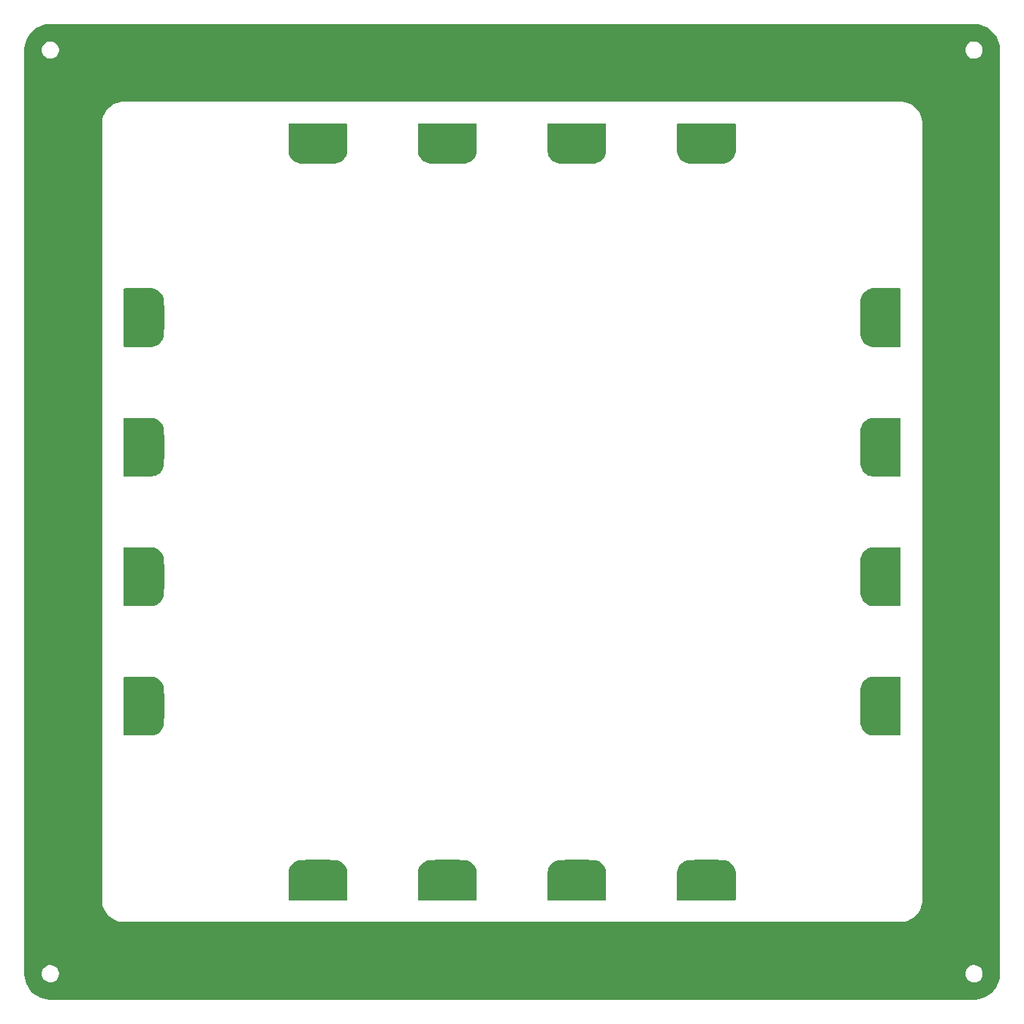
<source format=gbr>
G04 #@! TF.GenerationSoftware,KiCad,Pcbnew,8.0.4-rc2-202407082205~7740c66479~ubuntu22.04.1*
G04 #@! TF.CreationDate,2024-07-18T15:38:00+01:00*
G04 #@! TF.ProjectId,LIS2DH_array,4c495332-4448-45f6-9172-7261792e6b69,rev?*
G04 #@! TF.SameCoordinates,Original*
G04 #@! TF.FileFunction,Other,ECO1*
%FSLAX46Y46*%
G04 Gerber Fmt 4.6, Leading zero omitted, Abs format (unit mm)*
G04 Created by KiCad (PCBNEW 8.0.4-rc2-202407082205~7740c66479~ubuntu22.04.1) date 2024-07-18 15:38:00*
%MOMM*%
%LPD*%
G01*
G04 APERTURE LIST*
G04 APERTURE END LIST*
G36*
X148343039Y-57519685D02*
G01*
X148388794Y-57572489D01*
X148400000Y-57624000D01*
X148400000Y-60648799D01*
X148399976Y-60651228D01*
X148397858Y-60759338D01*
X148396355Y-60776308D01*
X148362338Y-60991072D01*
X148357796Y-61009991D01*
X148290980Y-61215631D01*
X148283534Y-61233608D01*
X148185370Y-61426266D01*
X148175203Y-61442857D01*
X148048107Y-61617788D01*
X148035470Y-61632583D01*
X147882583Y-61785470D01*
X147867788Y-61798107D01*
X147692857Y-61925203D01*
X147676266Y-61935370D01*
X147483608Y-62033534D01*
X147465631Y-62040980D01*
X147259991Y-62107796D01*
X147241072Y-62112338D01*
X147026307Y-62146355D01*
X147009340Y-62147858D01*
X146901227Y-62149979D01*
X146898795Y-62150003D01*
X146650000Y-62150003D01*
X146541915Y-62152649D01*
X146541910Y-62152649D01*
X146323935Y-62196009D01*
X146323860Y-62195635D01*
X146294443Y-62200000D01*
X143705589Y-62200000D01*
X143676140Y-62195631D01*
X143676067Y-62196000D01*
X143458093Y-62152641D01*
X143458087Y-62152640D01*
X143350000Y-62149991D01*
X143101167Y-62149991D01*
X143098867Y-62149970D01*
X142990716Y-62147964D01*
X142973618Y-62146458D01*
X142758902Y-62112450D01*
X142739982Y-62107908D01*
X142534323Y-62041086D01*
X142516346Y-62033640D01*
X142323671Y-61935466D01*
X142307080Y-61925299D01*
X142132137Y-61798195D01*
X142117341Y-61785558D01*
X141964432Y-61632648D01*
X141951796Y-61617852D01*
X141824695Y-61442911D01*
X141814528Y-61426320D01*
X141716357Y-61233647D01*
X141708911Y-61215671D01*
X141642088Y-61010009D01*
X141637545Y-60991088D01*
X141603539Y-60776371D01*
X141602034Y-60759278D01*
X141600024Y-60651120D01*
X141600003Y-60648816D01*
X141600003Y-57624000D01*
X141619688Y-57556961D01*
X141672492Y-57511206D01*
X141724003Y-57500000D01*
X148276000Y-57500000D01*
X148343039Y-57519685D01*
G37*
G36*
X133343039Y-57519685D02*
G01*
X133388794Y-57572489D01*
X133400000Y-57624000D01*
X133400000Y-60648799D01*
X133399976Y-60651228D01*
X133397858Y-60759338D01*
X133396355Y-60776308D01*
X133362338Y-60991072D01*
X133357796Y-61009991D01*
X133290980Y-61215631D01*
X133283534Y-61233608D01*
X133185370Y-61426266D01*
X133175203Y-61442857D01*
X133048107Y-61617788D01*
X133035470Y-61632583D01*
X132882583Y-61785470D01*
X132867788Y-61798107D01*
X132692857Y-61925203D01*
X132676266Y-61935370D01*
X132483608Y-62033534D01*
X132465631Y-62040980D01*
X132259991Y-62107796D01*
X132241072Y-62112338D01*
X132026307Y-62146355D01*
X132009340Y-62147858D01*
X131901227Y-62149979D01*
X131898795Y-62150003D01*
X131650000Y-62150003D01*
X131541915Y-62152649D01*
X131541910Y-62152649D01*
X131323935Y-62196009D01*
X131323860Y-62195635D01*
X131294443Y-62200000D01*
X128705589Y-62200000D01*
X128676140Y-62195631D01*
X128676067Y-62196000D01*
X128458093Y-62152641D01*
X128458087Y-62152640D01*
X128350000Y-62149991D01*
X128101167Y-62149991D01*
X128098867Y-62149970D01*
X127990716Y-62147964D01*
X127973618Y-62146458D01*
X127758902Y-62112450D01*
X127739982Y-62107908D01*
X127534323Y-62041086D01*
X127516346Y-62033640D01*
X127323671Y-61935466D01*
X127307080Y-61925299D01*
X127132137Y-61798195D01*
X127117341Y-61785558D01*
X126964432Y-61632648D01*
X126951796Y-61617852D01*
X126824695Y-61442911D01*
X126814528Y-61426320D01*
X126716357Y-61233647D01*
X126708911Y-61215671D01*
X126642088Y-61010009D01*
X126637545Y-60991088D01*
X126603539Y-60776371D01*
X126602034Y-60759278D01*
X126600024Y-60651120D01*
X126600003Y-60648816D01*
X126600003Y-57624000D01*
X126619688Y-57556961D01*
X126672492Y-57511206D01*
X126724003Y-57500000D01*
X133276000Y-57500000D01*
X133343039Y-57519685D01*
G37*
G36*
X118343039Y-57519685D02*
G01*
X118388794Y-57572489D01*
X118400000Y-57624000D01*
X118400000Y-60648799D01*
X118399976Y-60651228D01*
X118397858Y-60759338D01*
X118396355Y-60776308D01*
X118362338Y-60991072D01*
X118357796Y-61009991D01*
X118290980Y-61215631D01*
X118283534Y-61233608D01*
X118185370Y-61426266D01*
X118175203Y-61442857D01*
X118048107Y-61617788D01*
X118035470Y-61632583D01*
X117882583Y-61785470D01*
X117867788Y-61798107D01*
X117692857Y-61925203D01*
X117676266Y-61935370D01*
X117483608Y-62033534D01*
X117465631Y-62040980D01*
X117259991Y-62107796D01*
X117241072Y-62112338D01*
X117026307Y-62146355D01*
X117009340Y-62147858D01*
X116901227Y-62149979D01*
X116898795Y-62150003D01*
X116650000Y-62150003D01*
X116541915Y-62152649D01*
X116541910Y-62152649D01*
X116323935Y-62196009D01*
X116323860Y-62195635D01*
X116294443Y-62200000D01*
X113705589Y-62200000D01*
X113676140Y-62195631D01*
X113676067Y-62196000D01*
X113458093Y-62152641D01*
X113458087Y-62152640D01*
X113350000Y-62149991D01*
X113101167Y-62149991D01*
X113098867Y-62149970D01*
X112990716Y-62147964D01*
X112973618Y-62146458D01*
X112758902Y-62112450D01*
X112739982Y-62107908D01*
X112534323Y-62041086D01*
X112516346Y-62033640D01*
X112323671Y-61935466D01*
X112307080Y-61925299D01*
X112132137Y-61798195D01*
X112117341Y-61785558D01*
X111964432Y-61632648D01*
X111951796Y-61617852D01*
X111824695Y-61442911D01*
X111814528Y-61426320D01*
X111716357Y-61233647D01*
X111708911Y-61215671D01*
X111642088Y-61010009D01*
X111637545Y-60991088D01*
X111603539Y-60776371D01*
X111602034Y-60759278D01*
X111600024Y-60651120D01*
X111600003Y-60648816D01*
X111600003Y-57624000D01*
X111619688Y-57556961D01*
X111672492Y-57511206D01*
X111724003Y-57500000D01*
X118276000Y-57500000D01*
X118343039Y-57519685D01*
G37*
G36*
X103343039Y-57519685D02*
G01*
X103388794Y-57572489D01*
X103400000Y-57624000D01*
X103400000Y-60648799D01*
X103399976Y-60651228D01*
X103397858Y-60759338D01*
X103396355Y-60776308D01*
X103362338Y-60991072D01*
X103357796Y-61009991D01*
X103290980Y-61215631D01*
X103283534Y-61233608D01*
X103185370Y-61426266D01*
X103175203Y-61442857D01*
X103048107Y-61617788D01*
X103035470Y-61632583D01*
X102882583Y-61785470D01*
X102867788Y-61798107D01*
X102692857Y-61925203D01*
X102676266Y-61935370D01*
X102483608Y-62033534D01*
X102465631Y-62040980D01*
X102259991Y-62107796D01*
X102241072Y-62112338D01*
X102026307Y-62146355D01*
X102009340Y-62147858D01*
X101901227Y-62149979D01*
X101898795Y-62150003D01*
X101650000Y-62150003D01*
X101541915Y-62152649D01*
X101541910Y-62152649D01*
X101323935Y-62196009D01*
X101323860Y-62195635D01*
X101294443Y-62200000D01*
X98705589Y-62200000D01*
X98676140Y-62195631D01*
X98676067Y-62196000D01*
X98458093Y-62152641D01*
X98458087Y-62152640D01*
X98350000Y-62149991D01*
X98101167Y-62149991D01*
X98098867Y-62149970D01*
X97990716Y-62147964D01*
X97973618Y-62146458D01*
X97758902Y-62112450D01*
X97739982Y-62107908D01*
X97534323Y-62041086D01*
X97516346Y-62033640D01*
X97323671Y-61935466D01*
X97307080Y-61925299D01*
X97132137Y-61798195D01*
X97117341Y-61785558D01*
X96964432Y-61632648D01*
X96951796Y-61617852D01*
X96824695Y-61442911D01*
X96814528Y-61426320D01*
X96716357Y-61233647D01*
X96708911Y-61215671D01*
X96642088Y-61010009D01*
X96637545Y-60991088D01*
X96603539Y-60776371D01*
X96602034Y-60759278D01*
X96600024Y-60651120D01*
X96600003Y-60648816D01*
X96600003Y-57624000D01*
X96619688Y-57556961D01*
X96672492Y-57511206D01*
X96724003Y-57500000D01*
X103276000Y-57500000D01*
X103343039Y-57519685D01*
G37*
G36*
X80651227Y-76600024D02*
G01*
X80759337Y-76602141D01*
X80776308Y-76603644D01*
X80991072Y-76637661D01*
X81009991Y-76642203D01*
X81215631Y-76709019D01*
X81233608Y-76716465D01*
X81426266Y-76814629D01*
X81442857Y-76824796D01*
X81617788Y-76951892D01*
X81632583Y-76964529D01*
X81785470Y-77117416D01*
X81798107Y-77132211D01*
X81925203Y-77307142D01*
X81935370Y-77323733D01*
X82033534Y-77516391D01*
X82040980Y-77534368D01*
X82107796Y-77740008D01*
X82112338Y-77758927D01*
X82146355Y-77973692D01*
X82147858Y-77990659D01*
X82149979Y-78098773D01*
X82150003Y-78101205D01*
X82150003Y-78350000D01*
X82152649Y-78458084D01*
X82152649Y-78458089D01*
X82196009Y-78676065D01*
X82195634Y-78676139D01*
X82200000Y-78705556D01*
X82200000Y-81294410D01*
X82195631Y-81323859D01*
X82196000Y-81323933D01*
X82152641Y-81541906D01*
X82152640Y-81541912D01*
X82149991Y-81650000D01*
X82149991Y-81898833D01*
X82149970Y-81901133D01*
X82147964Y-82009283D01*
X82146458Y-82026381D01*
X82112450Y-82241097D01*
X82107908Y-82260017D01*
X82041086Y-82465676D01*
X82033640Y-82483653D01*
X81935466Y-82676328D01*
X81925299Y-82692919D01*
X81798195Y-82867862D01*
X81785558Y-82882658D01*
X81632648Y-83035567D01*
X81617852Y-83048203D01*
X81442911Y-83175304D01*
X81426320Y-83185471D01*
X81233647Y-83283642D01*
X81215671Y-83291088D01*
X81010009Y-83357911D01*
X80991088Y-83362454D01*
X80776371Y-83396460D01*
X80759279Y-83397965D01*
X80651122Y-83399976D01*
X80648817Y-83399997D01*
X77624000Y-83399997D01*
X77556961Y-83380312D01*
X77511206Y-83327508D01*
X77500000Y-83275997D01*
X77500000Y-76724000D01*
X77519685Y-76656961D01*
X77572489Y-76611206D01*
X77624000Y-76600000D01*
X80648799Y-76600000D01*
X80651227Y-76600024D01*
G37*
G36*
X167443039Y-76619688D02*
G01*
X167488794Y-76672492D01*
X167500000Y-76724003D01*
X167500000Y-83276000D01*
X167480315Y-83343039D01*
X167427511Y-83388794D01*
X167376000Y-83400000D01*
X164351201Y-83400000D01*
X164348772Y-83399976D01*
X164240661Y-83397858D01*
X164223691Y-83396355D01*
X164008927Y-83362338D01*
X163990008Y-83357796D01*
X163784368Y-83290980D01*
X163766391Y-83283534D01*
X163573733Y-83185370D01*
X163557142Y-83175203D01*
X163382211Y-83048107D01*
X163367416Y-83035470D01*
X163214529Y-82882583D01*
X163201892Y-82867788D01*
X163074796Y-82692857D01*
X163064629Y-82676266D01*
X162966465Y-82483608D01*
X162959019Y-82465631D01*
X162892203Y-82259991D01*
X162887661Y-82241072D01*
X162853644Y-82026307D01*
X162852141Y-82009339D01*
X162850021Y-81901225D01*
X162849997Y-81898794D01*
X162849997Y-81649999D01*
X162847350Y-81541915D01*
X162847350Y-81541910D01*
X162803991Y-81323936D01*
X162804362Y-81323862D01*
X162800000Y-81294442D01*
X162800000Y-78705589D01*
X162804369Y-78676141D01*
X162804000Y-78676068D01*
X162847358Y-78458093D01*
X162847359Y-78458087D01*
X162850009Y-78349999D01*
X162850009Y-78101166D01*
X162850030Y-78098868D01*
X162852035Y-77990718D01*
X162853541Y-77973618D01*
X162887549Y-77758902D01*
X162892091Y-77739982D01*
X162958913Y-77534323D01*
X162966359Y-77516346D01*
X163064533Y-77323671D01*
X163074700Y-77307080D01*
X163201804Y-77132137D01*
X163214441Y-77117341D01*
X163367351Y-76964432D01*
X163382147Y-76951796D01*
X163557088Y-76824695D01*
X163573679Y-76814528D01*
X163766352Y-76716357D01*
X163784328Y-76708911D01*
X163989990Y-76642088D01*
X164008911Y-76637545D01*
X164223628Y-76603539D01*
X164240721Y-76602034D01*
X164348879Y-76600024D01*
X164351183Y-76600003D01*
X167376000Y-76600003D01*
X167443039Y-76619688D01*
G37*
G36*
X80651227Y-91600024D02*
G01*
X80759337Y-91602141D01*
X80776308Y-91603644D01*
X80991072Y-91637661D01*
X81009991Y-91642203D01*
X81215631Y-91709019D01*
X81233608Y-91716465D01*
X81426266Y-91814629D01*
X81442857Y-91824796D01*
X81617788Y-91951892D01*
X81632583Y-91964529D01*
X81785470Y-92117416D01*
X81798107Y-92132211D01*
X81925203Y-92307142D01*
X81935370Y-92323733D01*
X82033534Y-92516391D01*
X82040980Y-92534368D01*
X82107796Y-92740008D01*
X82112338Y-92758927D01*
X82146355Y-92973692D01*
X82147858Y-92990659D01*
X82149979Y-93098773D01*
X82150003Y-93101205D01*
X82150003Y-93350000D01*
X82152649Y-93458084D01*
X82152649Y-93458089D01*
X82196009Y-93676065D01*
X82195634Y-93676139D01*
X82200000Y-93705556D01*
X82200000Y-96294410D01*
X82195631Y-96323859D01*
X82196000Y-96323933D01*
X82152641Y-96541906D01*
X82152640Y-96541912D01*
X82149991Y-96650000D01*
X82149991Y-96898833D01*
X82149970Y-96901133D01*
X82147964Y-97009283D01*
X82146458Y-97026381D01*
X82112450Y-97241097D01*
X82107908Y-97260017D01*
X82041086Y-97465676D01*
X82033640Y-97483653D01*
X81935466Y-97676328D01*
X81925299Y-97692919D01*
X81798195Y-97867862D01*
X81785558Y-97882658D01*
X81632648Y-98035567D01*
X81617852Y-98048203D01*
X81442911Y-98175304D01*
X81426320Y-98185471D01*
X81233647Y-98283642D01*
X81215671Y-98291088D01*
X81010009Y-98357911D01*
X80991088Y-98362454D01*
X80776371Y-98396460D01*
X80759279Y-98397965D01*
X80651122Y-98399976D01*
X80648817Y-98399997D01*
X77624000Y-98399997D01*
X77556961Y-98380312D01*
X77511206Y-98327508D01*
X77500000Y-98275997D01*
X77500000Y-91724000D01*
X77519685Y-91656961D01*
X77572489Y-91611206D01*
X77624000Y-91600000D01*
X80648799Y-91600000D01*
X80651227Y-91600024D01*
G37*
G36*
X167443039Y-91619688D02*
G01*
X167488794Y-91672492D01*
X167500000Y-91724003D01*
X167500000Y-98276000D01*
X167480315Y-98343039D01*
X167427511Y-98388794D01*
X167376000Y-98400000D01*
X164351201Y-98400000D01*
X164348772Y-98399976D01*
X164240661Y-98397858D01*
X164223691Y-98396355D01*
X164008927Y-98362338D01*
X163990008Y-98357796D01*
X163784368Y-98290980D01*
X163766391Y-98283534D01*
X163573733Y-98185370D01*
X163557142Y-98175203D01*
X163382211Y-98048107D01*
X163367416Y-98035470D01*
X163214529Y-97882583D01*
X163201892Y-97867788D01*
X163074796Y-97692857D01*
X163064629Y-97676266D01*
X162966465Y-97483608D01*
X162959019Y-97465631D01*
X162892203Y-97259991D01*
X162887661Y-97241072D01*
X162853644Y-97026307D01*
X162852141Y-97009339D01*
X162850021Y-96901225D01*
X162849997Y-96898794D01*
X162849997Y-96649999D01*
X162847350Y-96541915D01*
X162847350Y-96541910D01*
X162803991Y-96323936D01*
X162804362Y-96323862D01*
X162800000Y-96294442D01*
X162800000Y-93705589D01*
X162804369Y-93676141D01*
X162804000Y-93676068D01*
X162847358Y-93458093D01*
X162847359Y-93458087D01*
X162850009Y-93349999D01*
X162850009Y-93101166D01*
X162850030Y-93098868D01*
X162852035Y-92990718D01*
X162853541Y-92973618D01*
X162887549Y-92758902D01*
X162892091Y-92739982D01*
X162958913Y-92534323D01*
X162966359Y-92516346D01*
X163064533Y-92323671D01*
X163074700Y-92307080D01*
X163201804Y-92132137D01*
X163214441Y-92117341D01*
X163367351Y-91964432D01*
X163382147Y-91951796D01*
X163557088Y-91824695D01*
X163573679Y-91814528D01*
X163766352Y-91716357D01*
X163784328Y-91708911D01*
X163989990Y-91642088D01*
X164008911Y-91637545D01*
X164223628Y-91603539D01*
X164240721Y-91602034D01*
X164348879Y-91600024D01*
X164351183Y-91600003D01*
X167376000Y-91600003D01*
X167443039Y-91619688D01*
G37*
G36*
X167443039Y-106619688D02*
G01*
X167488794Y-106672492D01*
X167500000Y-106724003D01*
X167500000Y-113276000D01*
X167480315Y-113343039D01*
X167427511Y-113388794D01*
X167376000Y-113400000D01*
X164351201Y-113400000D01*
X164348772Y-113399976D01*
X164240661Y-113397858D01*
X164223691Y-113396355D01*
X164008927Y-113362338D01*
X163990008Y-113357796D01*
X163784368Y-113290980D01*
X163766391Y-113283534D01*
X163573733Y-113185370D01*
X163557142Y-113175203D01*
X163382211Y-113048107D01*
X163367416Y-113035470D01*
X163214529Y-112882583D01*
X163201892Y-112867788D01*
X163074796Y-112692857D01*
X163064629Y-112676266D01*
X162966465Y-112483608D01*
X162959019Y-112465631D01*
X162892203Y-112259991D01*
X162887661Y-112241072D01*
X162853644Y-112026307D01*
X162852141Y-112009339D01*
X162850021Y-111901225D01*
X162849997Y-111898794D01*
X162849997Y-111649999D01*
X162847350Y-111541915D01*
X162847350Y-111541910D01*
X162803991Y-111323936D01*
X162804362Y-111323862D01*
X162800000Y-111294442D01*
X162800000Y-108705589D01*
X162804369Y-108676141D01*
X162804000Y-108676068D01*
X162847358Y-108458093D01*
X162847359Y-108458087D01*
X162850009Y-108349999D01*
X162850009Y-108101166D01*
X162850030Y-108098868D01*
X162852035Y-107990718D01*
X162853541Y-107973618D01*
X162887549Y-107758902D01*
X162892091Y-107739982D01*
X162958913Y-107534323D01*
X162966359Y-107516346D01*
X163064533Y-107323671D01*
X163074700Y-107307080D01*
X163201804Y-107132137D01*
X163214441Y-107117341D01*
X163367351Y-106964432D01*
X163382147Y-106951796D01*
X163557088Y-106824695D01*
X163573679Y-106814528D01*
X163766352Y-106716357D01*
X163784328Y-106708911D01*
X163989990Y-106642088D01*
X164008911Y-106637545D01*
X164223628Y-106603539D01*
X164240721Y-106602034D01*
X164348879Y-106600024D01*
X164351183Y-106600003D01*
X167376000Y-106600003D01*
X167443039Y-106619688D01*
G37*
G36*
X80651202Y-106600029D02*
G01*
X80759346Y-106602130D01*
X80776335Y-106603634D01*
X80991086Y-106637648D01*
X81010007Y-106642190D01*
X81215653Y-106709011D01*
X81233630Y-106716458D01*
X81426282Y-106814622D01*
X81442872Y-106824788D01*
X81617805Y-106951886D01*
X81632601Y-106964524D01*
X81785491Y-107117417D01*
X81798127Y-107132212D01*
X81925220Y-107307142D01*
X81935387Y-107323733D01*
X82033550Y-107516391D01*
X82040996Y-107534367D01*
X82107814Y-107740012D01*
X82112356Y-107758933D01*
X82146370Y-107973698D01*
X82147873Y-107990664D01*
X82149993Y-108098776D01*
X82150017Y-108101214D01*
X82150003Y-108349999D01*
X82152649Y-108458084D01*
X82152649Y-108458089D01*
X82196009Y-108676065D01*
X82195634Y-108676139D01*
X82200000Y-108705556D01*
X82200000Y-111294463D01*
X82195640Y-111323865D01*
X82196014Y-111323940D01*
X82152656Y-111541908D01*
X82152655Y-111541921D01*
X82150006Y-111650006D01*
X82150006Y-111898791D01*
X82149982Y-111901228D01*
X82147857Y-112009346D01*
X82146354Y-112026307D01*
X82112339Y-112241071D01*
X82107797Y-112259992D01*
X82040978Y-112465636D01*
X82033532Y-112483612D01*
X81935367Y-112676270D01*
X81925200Y-112692860D01*
X81798110Y-112867785D01*
X81785473Y-112882581D01*
X81632581Y-113035473D01*
X81617785Y-113048110D01*
X81442860Y-113175200D01*
X81426270Y-113185367D01*
X81233612Y-113283532D01*
X81215636Y-113290978D01*
X81009992Y-113357797D01*
X80991071Y-113362339D01*
X80776308Y-113396354D01*
X80759343Y-113397857D01*
X80651229Y-113399979D01*
X80648796Y-113400003D01*
X77624000Y-113400003D01*
X77556961Y-113380318D01*
X77511206Y-113327514D01*
X77500000Y-113276003D01*
X77500000Y-106724006D01*
X77519685Y-106656967D01*
X77572489Y-106611212D01*
X77624000Y-106600006D01*
X80648793Y-106600006D01*
X80651202Y-106600029D01*
G37*
G36*
X80651227Y-121600024D02*
G01*
X80759337Y-121602141D01*
X80776308Y-121603644D01*
X80991072Y-121637661D01*
X81009991Y-121642203D01*
X81215631Y-121709019D01*
X81233608Y-121716465D01*
X81426266Y-121814629D01*
X81442857Y-121824796D01*
X81617788Y-121951892D01*
X81632583Y-121964529D01*
X81785470Y-122117416D01*
X81798107Y-122132211D01*
X81925203Y-122307142D01*
X81935370Y-122323733D01*
X82033534Y-122516391D01*
X82040980Y-122534368D01*
X82107796Y-122740008D01*
X82112338Y-122758927D01*
X82146355Y-122973692D01*
X82147858Y-122990659D01*
X82149979Y-123098773D01*
X82150003Y-123101205D01*
X82150003Y-123350000D01*
X82152649Y-123458084D01*
X82152649Y-123458089D01*
X82196009Y-123676065D01*
X82195634Y-123676139D01*
X82200000Y-123705556D01*
X82200000Y-126294410D01*
X82195631Y-126323859D01*
X82196000Y-126323933D01*
X82152641Y-126541906D01*
X82152640Y-126541912D01*
X82149991Y-126650000D01*
X82149991Y-126898833D01*
X82149970Y-126901133D01*
X82147964Y-127009283D01*
X82146458Y-127026381D01*
X82112450Y-127241097D01*
X82107908Y-127260017D01*
X82041086Y-127465676D01*
X82033640Y-127483653D01*
X81935466Y-127676328D01*
X81925299Y-127692919D01*
X81798195Y-127867862D01*
X81785558Y-127882658D01*
X81632648Y-128035567D01*
X81617852Y-128048203D01*
X81442911Y-128175304D01*
X81426320Y-128185471D01*
X81233647Y-128283642D01*
X81215671Y-128291088D01*
X81010009Y-128357911D01*
X80991088Y-128362454D01*
X80776371Y-128396460D01*
X80759279Y-128397965D01*
X80651122Y-128399976D01*
X80648817Y-128399997D01*
X77624000Y-128399997D01*
X77556961Y-128380312D01*
X77511206Y-128327508D01*
X77500000Y-128275997D01*
X77500000Y-121724000D01*
X77519685Y-121656961D01*
X77572489Y-121611206D01*
X77624000Y-121600000D01*
X80648799Y-121600000D01*
X80651227Y-121600024D01*
G37*
G36*
X167443039Y-121619688D02*
G01*
X167488794Y-121672492D01*
X167500000Y-121724003D01*
X167500000Y-128276000D01*
X167480315Y-128343039D01*
X167427511Y-128388794D01*
X167376000Y-128400000D01*
X164351201Y-128400000D01*
X164348772Y-128399976D01*
X164240661Y-128397858D01*
X164223691Y-128396355D01*
X164008927Y-128362338D01*
X163990008Y-128357796D01*
X163784368Y-128290980D01*
X163766391Y-128283534D01*
X163573733Y-128185370D01*
X163557142Y-128175203D01*
X163382211Y-128048107D01*
X163367416Y-128035470D01*
X163214529Y-127882583D01*
X163201892Y-127867788D01*
X163074796Y-127692857D01*
X163064629Y-127676266D01*
X162966465Y-127483608D01*
X162959019Y-127465631D01*
X162892203Y-127259991D01*
X162887661Y-127241072D01*
X162853644Y-127026307D01*
X162852141Y-127009339D01*
X162850021Y-126901225D01*
X162849997Y-126898794D01*
X162849997Y-126649999D01*
X162847350Y-126541915D01*
X162847350Y-126541910D01*
X162803991Y-126323936D01*
X162804362Y-126323862D01*
X162800000Y-126294442D01*
X162800000Y-123705589D01*
X162804369Y-123676141D01*
X162804000Y-123676068D01*
X162847358Y-123458093D01*
X162847359Y-123458087D01*
X162850009Y-123349999D01*
X162850009Y-123101166D01*
X162850030Y-123098868D01*
X162852035Y-122990718D01*
X162853541Y-122973618D01*
X162887549Y-122758902D01*
X162892091Y-122739982D01*
X162958913Y-122534323D01*
X162966359Y-122516346D01*
X163064533Y-122323671D01*
X163074700Y-122307080D01*
X163201804Y-122132137D01*
X163214441Y-122117341D01*
X163367351Y-121964432D01*
X163382147Y-121951796D01*
X163557088Y-121824695D01*
X163573679Y-121814528D01*
X163766352Y-121716357D01*
X163784328Y-121708911D01*
X163989990Y-121642088D01*
X164008911Y-121637545D01*
X164223628Y-121603539D01*
X164240721Y-121602034D01*
X164348879Y-121600024D01*
X164351183Y-121600003D01*
X167376000Y-121600003D01*
X167443039Y-121619688D01*
G37*
G36*
X146323859Y-142804368D02*
G01*
X146323933Y-142804000D01*
X146541906Y-142847358D01*
X146541912Y-142847359D01*
X146650000Y-142850009D01*
X146898833Y-142850009D01*
X146901131Y-142850030D01*
X147009281Y-142852035D01*
X147026381Y-142853541D01*
X147241097Y-142887549D01*
X147260017Y-142892091D01*
X147465676Y-142958913D01*
X147483653Y-142966359D01*
X147676328Y-143064533D01*
X147692919Y-143074700D01*
X147867862Y-143201804D01*
X147882658Y-143214441D01*
X148035567Y-143367351D01*
X148048203Y-143382147D01*
X148175304Y-143557088D01*
X148185471Y-143573679D01*
X148283642Y-143766352D01*
X148291088Y-143784328D01*
X148357911Y-143989990D01*
X148362454Y-144008911D01*
X148396460Y-144223628D01*
X148397965Y-144240720D01*
X148399976Y-144348878D01*
X148399997Y-144351183D01*
X148399997Y-147376000D01*
X148380312Y-147443039D01*
X148327508Y-147488794D01*
X148275997Y-147500000D01*
X141724000Y-147500000D01*
X141656961Y-147480315D01*
X141611206Y-147427511D01*
X141600000Y-147376000D01*
X141600000Y-144351200D01*
X141600024Y-144348772D01*
X141602141Y-144240662D01*
X141603644Y-144223691D01*
X141637661Y-144008927D01*
X141642203Y-143990008D01*
X141709019Y-143784368D01*
X141716465Y-143766391D01*
X141814629Y-143573733D01*
X141824796Y-143557142D01*
X141951892Y-143382211D01*
X141964529Y-143367416D01*
X142117416Y-143214529D01*
X142132211Y-143201892D01*
X142307142Y-143074796D01*
X142323733Y-143064629D01*
X142516391Y-142966465D01*
X142534368Y-142959019D01*
X142740008Y-142892203D01*
X142758927Y-142887661D01*
X142973692Y-142853644D01*
X142990660Y-142852141D01*
X143098774Y-142850021D01*
X143101205Y-142849997D01*
X143350000Y-142849997D01*
X143458084Y-142847350D01*
X143458089Y-142847350D01*
X143676065Y-142803991D01*
X143676139Y-142804364D01*
X143705557Y-142800000D01*
X146294411Y-142800000D01*
X146323859Y-142804368D01*
G37*
G36*
X131323859Y-142804368D02*
G01*
X131323933Y-142804000D01*
X131541906Y-142847358D01*
X131541912Y-142847359D01*
X131650000Y-142850009D01*
X131898833Y-142850009D01*
X131901131Y-142850030D01*
X132009281Y-142852035D01*
X132026381Y-142853541D01*
X132241097Y-142887549D01*
X132260017Y-142892091D01*
X132465676Y-142958913D01*
X132483653Y-142966359D01*
X132676328Y-143064533D01*
X132692919Y-143074700D01*
X132867862Y-143201804D01*
X132882658Y-143214441D01*
X133035567Y-143367351D01*
X133048203Y-143382147D01*
X133175304Y-143557088D01*
X133185471Y-143573679D01*
X133283642Y-143766352D01*
X133291088Y-143784328D01*
X133357911Y-143989990D01*
X133362454Y-144008911D01*
X133396460Y-144223628D01*
X133397965Y-144240720D01*
X133399976Y-144348878D01*
X133399997Y-144351183D01*
X133399997Y-147376000D01*
X133380312Y-147443039D01*
X133327508Y-147488794D01*
X133275997Y-147500000D01*
X126724000Y-147500000D01*
X126656961Y-147480315D01*
X126611206Y-147427511D01*
X126600000Y-147376000D01*
X126600000Y-144351200D01*
X126600024Y-144348772D01*
X126602141Y-144240662D01*
X126603644Y-144223691D01*
X126637661Y-144008927D01*
X126642203Y-143990008D01*
X126709019Y-143784368D01*
X126716465Y-143766391D01*
X126814629Y-143573733D01*
X126824796Y-143557142D01*
X126951892Y-143382211D01*
X126964529Y-143367416D01*
X127117416Y-143214529D01*
X127132211Y-143201892D01*
X127307142Y-143074796D01*
X127323733Y-143064629D01*
X127516391Y-142966465D01*
X127534368Y-142959019D01*
X127740008Y-142892203D01*
X127758927Y-142887661D01*
X127973692Y-142853644D01*
X127990660Y-142852141D01*
X128098774Y-142850021D01*
X128101205Y-142849997D01*
X128350000Y-142849997D01*
X128458084Y-142847350D01*
X128458089Y-142847350D01*
X128676065Y-142803991D01*
X128676139Y-142804364D01*
X128705557Y-142800000D01*
X131294411Y-142800000D01*
X131323859Y-142804368D01*
G37*
G36*
X116323859Y-142804368D02*
G01*
X116323933Y-142804000D01*
X116541906Y-142847358D01*
X116541912Y-142847359D01*
X116650000Y-142850009D01*
X116898833Y-142850009D01*
X116901131Y-142850030D01*
X117009281Y-142852035D01*
X117026381Y-142853541D01*
X117241097Y-142887549D01*
X117260017Y-142892091D01*
X117465676Y-142958913D01*
X117483653Y-142966359D01*
X117676328Y-143064533D01*
X117692919Y-143074700D01*
X117867862Y-143201804D01*
X117882658Y-143214441D01*
X118035567Y-143367351D01*
X118048203Y-143382147D01*
X118175304Y-143557088D01*
X118185471Y-143573679D01*
X118283642Y-143766352D01*
X118291088Y-143784328D01*
X118357911Y-143989990D01*
X118362454Y-144008911D01*
X118396460Y-144223628D01*
X118397965Y-144240720D01*
X118399976Y-144348878D01*
X118399997Y-144351183D01*
X118399997Y-147376000D01*
X118380312Y-147443039D01*
X118327508Y-147488794D01*
X118275997Y-147500000D01*
X111724000Y-147500000D01*
X111656961Y-147480315D01*
X111611206Y-147427511D01*
X111600000Y-147376000D01*
X111600000Y-144351200D01*
X111600024Y-144348772D01*
X111602141Y-144240662D01*
X111603644Y-144223691D01*
X111637661Y-144008927D01*
X111642203Y-143990008D01*
X111709019Y-143784368D01*
X111716465Y-143766391D01*
X111814629Y-143573733D01*
X111824796Y-143557142D01*
X111951892Y-143382211D01*
X111964529Y-143367416D01*
X112117416Y-143214529D01*
X112132211Y-143201892D01*
X112307142Y-143074796D01*
X112323733Y-143064629D01*
X112516391Y-142966465D01*
X112534368Y-142959019D01*
X112740008Y-142892203D01*
X112758927Y-142887661D01*
X112973692Y-142853644D01*
X112990660Y-142852141D01*
X113098774Y-142850021D01*
X113101205Y-142849997D01*
X113350000Y-142849997D01*
X113458084Y-142847350D01*
X113458089Y-142847350D01*
X113676065Y-142803991D01*
X113676139Y-142804364D01*
X113705557Y-142800000D01*
X116294411Y-142800000D01*
X116323859Y-142804368D01*
G37*
G36*
X101323859Y-142804368D02*
G01*
X101323933Y-142804000D01*
X101541906Y-142847358D01*
X101541912Y-142847359D01*
X101650000Y-142850009D01*
X101898833Y-142850009D01*
X101901131Y-142850030D01*
X102009281Y-142852035D01*
X102026381Y-142853541D01*
X102241097Y-142887549D01*
X102260017Y-142892091D01*
X102465676Y-142958913D01*
X102483653Y-142966359D01*
X102676328Y-143064533D01*
X102692919Y-143074700D01*
X102867862Y-143201804D01*
X102882658Y-143214441D01*
X103035567Y-143367351D01*
X103048203Y-143382147D01*
X103175304Y-143557088D01*
X103185471Y-143573679D01*
X103283642Y-143766352D01*
X103291088Y-143784328D01*
X103357911Y-143989990D01*
X103362454Y-144008911D01*
X103396460Y-144223628D01*
X103397965Y-144240720D01*
X103399976Y-144348878D01*
X103399997Y-144351183D01*
X103399997Y-147376000D01*
X103380312Y-147443039D01*
X103327508Y-147488794D01*
X103275997Y-147500000D01*
X96724000Y-147500000D01*
X96656961Y-147480315D01*
X96611206Y-147427511D01*
X96600000Y-147376000D01*
X96600000Y-144351200D01*
X96600024Y-144348772D01*
X96602141Y-144240662D01*
X96603644Y-144223691D01*
X96637661Y-144008927D01*
X96642203Y-143990008D01*
X96709019Y-143784368D01*
X96716465Y-143766391D01*
X96814629Y-143573733D01*
X96824796Y-143557142D01*
X96951892Y-143382211D01*
X96964529Y-143367416D01*
X97117416Y-143214529D01*
X97132211Y-143201892D01*
X97307142Y-143074796D01*
X97323733Y-143064629D01*
X97516391Y-142966465D01*
X97534368Y-142959019D01*
X97740008Y-142892203D01*
X97758927Y-142887661D01*
X97973692Y-142853644D01*
X97990660Y-142852141D01*
X98098774Y-142850021D01*
X98101205Y-142849997D01*
X98350000Y-142849997D01*
X98458084Y-142847350D01*
X98458089Y-142847350D01*
X98676065Y-142803991D01*
X98676139Y-142804364D01*
X98705557Y-142800000D01*
X101294411Y-142800000D01*
X101323859Y-142804368D01*
G37*
G36*
X176000856Y-46000012D02*
G01*
X176162256Y-46002274D01*
X176174402Y-46003042D01*
X176495992Y-46039277D01*
X176509700Y-46041606D01*
X176824366Y-46113426D01*
X176837729Y-46117275D01*
X177142386Y-46223879D01*
X177155233Y-46229201D01*
X177446025Y-46369239D01*
X177458195Y-46375965D01*
X177731486Y-46547685D01*
X177742827Y-46555732D01*
X177995173Y-46756971D01*
X178005541Y-46766237D01*
X178233762Y-46994458D01*
X178243028Y-47004826D01*
X178444267Y-47257172D01*
X178452314Y-47268513D01*
X178624034Y-47541804D01*
X178630760Y-47553974D01*
X178770798Y-47844766D01*
X178776120Y-47857613D01*
X178882724Y-48162270D01*
X178886573Y-48175633D01*
X178958393Y-48490299D01*
X178960722Y-48504007D01*
X178996957Y-48825597D01*
X178997725Y-48837743D01*
X178999988Y-48999144D01*
X179000000Y-49000882D01*
X179000000Y-155999117D01*
X178999988Y-156000855D01*
X178997725Y-156162256D01*
X178996957Y-156174402D01*
X178960722Y-156495992D01*
X178958393Y-156509700D01*
X178886573Y-156824366D01*
X178882724Y-156837729D01*
X178776120Y-157142386D01*
X178770798Y-157155233D01*
X178630760Y-157446025D01*
X178624034Y-157458195D01*
X178452314Y-157731486D01*
X178444267Y-157742827D01*
X178243028Y-157995173D01*
X178233762Y-158005541D01*
X178005541Y-158233762D01*
X177995173Y-158243028D01*
X177742827Y-158444267D01*
X177731486Y-158452314D01*
X177458195Y-158624034D01*
X177446025Y-158630760D01*
X177155233Y-158770798D01*
X177142386Y-158776120D01*
X176837729Y-158882724D01*
X176824366Y-158886573D01*
X176509700Y-158958393D01*
X176495992Y-158960722D01*
X176174402Y-158996957D01*
X176162256Y-158997725D01*
X176000856Y-158999988D01*
X175999118Y-159000000D01*
X69000882Y-159000000D01*
X68999144Y-158999988D01*
X68837743Y-158997725D01*
X68825597Y-158996957D01*
X68504007Y-158960722D01*
X68490299Y-158958393D01*
X68175633Y-158886573D01*
X68162270Y-158882724D01*
X67857613Y-158776120D01*
X67844766Y-158770798D01*
X67553974Y-158630760D01*
X67541804Y-158624034D01*
X67268513Y-158452314D01*
X67257172Y-158444267D01*
X67004826Y-158243028D01*
X66994458Y-158233762D01*
X66766237Y-158005541D01*
X66756971Y-157995173D01*
X66555732Y-157742827D01*
X66547685Y-157731486D01*
X66375965Y-157458195D01*
X66369239Y-157446025D01*
X66229201Y-157155233D01*
X66223879Y-157142386D01*
X66117275Y-156837729D01*
X66113426Y-156824366D01*
X66041606Y-156509700D01*
X66039277Y-156495992D01*
X66003042Y-156174402D01*
X66002274Y-156162256D01*
X66000012Y-156000855D01*
X66000006Y-156000000D01*
X67997422Y-156000000D01*
X68017943Y-156201819D01*
X68078669Y-156395364D01*
X68078676Y-156395379D01*
X68177118Y-156572738D01*
X68177121Y-156572743D01*
X68309255Y-156726660D01*
X68309256Y-156726662D01*
X68469668Y-156850829D01*
X68651798Y-156940169D01*
X68848182Y-156991016D01*
X68848179Y-156991016D01*
X69050780Y-157001291D01*
X69050782Y-157001291D01*
X69251294Y-156970573D01*
X69251300Y-156970572D01*
X69441522Y-156900122D01*
X69441529Y-156900119D01*
X69613685Y-156792813D01*
X69760715Y-156653051D01*
X69876600Y-156486554D01*
X69956600Y-156300133D01*
X69997435Y-156101424D01*
X70000000Y-156000014D01*
X70000000Y-156000000D01*
X174997422Y-156000000D01*
X175017943Y-156201819D01*
X175078669Y-156395364D01*
X175078676Y-156395379D01*
X175177118Y-156572738D01*
X175177121Y-156572743D01*
X175309255Y-156726660D01*
X175309256Y-156726662D01*
X175469668Y-156850829D01*
X175651798Y-156940169D01*
X175848182Y-156991016D01*
X175848179Y-156991016D01*
X176050780Y-157001291D01*
X176050782Y-157001291D01*
X176251294Y-156970573D01*
X176251300Y-156970572D01*
X176441522Y-156900122D01*
X176441529Y-156900119D01*
X176613685Y-156792813D01*
X176760715Y-156653051D01*
X176876600Y-156486554D01*
X176956600Y-156300133D01*
X176997435Y-156101424D01*
X177000000Y-156000014D01*
X177000000Y-155999985D01*
X176997435Y-155898575D01*
X176956600Y-155699866D01*
X176876600Y-155513445D01*
X176760715Y-155346948D01*
X176613685Y-155207186D01*
X176441529Y-155099880D01*
X176441522Y-155099877D01*
X176251300Y-155029427D01*
X176251294Y-155029426D01*
X176050781Y-154998708D01*
X175848181Y-155008983D01*
X175651798Y-155059830D01*
X175469668Y-155149170D01*
X175309256Y-155273337D01*
X175309255Y-155273339D01*
X175177121Y-155427256D01*
X175177118Y-155427261D01*
X175078676Y-155604620D01*
X175078669Y-155604635D01*
X175017943Y-155798180D01*
X174997422Y-156000000D01*
X70000000Y-156000000D01*
X70000000Y-155999985D01*
X69997435Y-155898575D01*
X69956600Y-155699866D01*
X69876600Y-155513445D01*
X69760715Y-155346948D01*
X69613685Y-155207186D01*
X69441529Y-155099880D01*
X69441522Y-155099877D01*
X69251300Y-155029427D01*
X69251294Y-155029426D01*
X69050781Y-154998708D01*
X68848181Y-155008983D01*
X68651798Y-155059830D01*
X68469668Y-155149170D01*
X68309256Y-155273337D01*
X68309255Y-155273339D01*
X68177121Y-155427256D01*
X68177118Y-155427261D01*
X68078676Y-155604620D01*
X68078669Y-155604635D01*
X68017943Y-155798180D01*
X67997422Y-156000000D01*
X66000006Y-156000000D01*
X66000000Y-155999117D01*
X66000000Y-84899342D01*
X74999989Y-84899342D01*
X75000000Y-89476258D01*
X75000000Y-99898224D01*
X74999989Y-99899342D01*
X75000000Y-102018519D01*
X75000000Y-129898223D01*
X74999989Y-129899341D01*
X74999999Y-147499987D01*
X75002562Y-147663687D01*
X75002562Y-147663700D01*
X75045293Y-147988262D01*
X75045295Y-147988273D01*
X75130025Y-148304494D01*
X75255307Y-148606951D01*
X75255311Y-148606961D01*
X75418996Y-148890474D01*
X75618302Y-149150213D01*
X75849790Y-149381701D01*
X75849796Y-149381706D01*
X76109511Y-149580992D01*
X76109526Y-149581002D01*
X76393038Y-149744688D01*
X76393047Y-149744692D01*
X76695497Y-149869971D01*
X77011731Y-149954706D01*
X77336304Y-149997437D01*
X77476338Y-149999627D01*
X77478136Y-150000000D01*
X104898225Y-150000000D01*
X104899345Y-150000010D01*
X109666666Y-150000000D01*
X119898225Y-150000000D01*
X119899345Y-150000010D01*
X124666666Y-150000000D01*
X134898225Y-150000000D01*
X134899345Y-150000010D01*
X139666666Y-150000000D01*
X149898224Y-150000000D01*
X149899344Y-150000010D01*
X167499999Y-150000000D01*
X167543423Y-150000000D01*
X167550223Y-149999213D01*
X167663688Y-149997437D01*
X167663700Y-149997437D01*
X167988262Y-149954706D01*
X167988273Y-149954704D01*
X168304494Y-149869974D01*
X168606951Y-149744692D01*
X168606961Y-149744688D01*
X168890474Y-149581003D01*
X169150213Y-149381697D01*
X169381701Y-149150209D01*
X169381706Y-149150203D01*
X169580992Y-148890488D01*
X169581002Y-148890473D01*
X169744688Y-148606961D01*
X169744692Y-148606952D01*
X169869971Y-148304502D01*
X169954706Y-147988268D01*
X169997437Y-147663701D01*
X169997437Y-147663689D01*
X169999714Y-147518164D01*
X170000000Y-147516785D01*
X170000000Y-120101778D01*
X170000010Y-120100657D01*
X170000000Y-115191800D01*
X170000000Y-105101778D01*
X170000010Y-105100657D01*
X170000000Y-100333334D01*
X170000000Y-90101778D01*
X170000010Y-90100657D01*
X170000000Y-85333334D01*
X170000000Y-75101778D01*
X170000010Y-75100657D01*
X170000000Y-57500012D01*
X169997437Y-57336312D01*
X169997437Y-57336299D01*
X169954706Y-57011737D01*
X169954704Y-57011726D01*
X169869974Y-56695505D01*
X169744692Y-56393048D01*
X169744688Y-56393038D01*
X169581003Y-56109525D01*
X169381697Y-55849786D01*
X169150209Y-55618298D01*
X169150203Y-55618293D01*
X168890488Y-55419007D01*
X168890473Y-55418997D01*
X168606961Y-55255311D01*
X168606952Y-55255307D01*
X168304502Y-55130028D01*
X167988268Y-55045293D01*
X167663695Y-55002562D01*
X167523657Y-55000371D01*
X167521865Y-55000000D01*
X140101775Y-55000000D01*
X140100654Y-54999989D01*
X135333334Y-55000000D01*
X125101775Y-55000000D01*
X125100654Y-54999989D01*
X120333334Y-55000000D01*
X110101775Y-55000000D01*
X110100654Y-54999989D01*
X105333334Y-55000000D01*
X95101776Y-55000000D01*
X95100655Y-54999989D01*
X77499973Y-54999999D01*
X77336322Y-55002675D01*
X77336305Y-55002677D01*
X77011754Y-55045405D01*
X76695538Y-55130135D01*
X76393098Y-55255410D01*
X76393088Y-55255414D01*
X76109584Y-55419095D01*
X75849868Y-55618382D01*
X75849861Y-55618388D01*
X75618388Y-55849861D01*
X75618382Y-55849868D01*
X75419095Y-56109584D01*
X75255414Y-56393088D01*
X75255410Y-56393098D01*
X75130135Y-56695538D01*
X75045405Y-57011754D01*
X75002677Y-57336305D01*
X75002675Y-57336322D01*
X75000000Y-57499973D01*
X75000000Y-84898224D01*
X74999989Y-84899342D01*
X66000000Y-84899342D01*
X66000000Y-49000882D01*
X66000006Y-49000000D01*
X67997422Y-49000000D01*
X68017943Y-49201819D01*
X68078669Y-49395364D01*
X68078676Y-49395379D01*
X68177118Y-49572738D01*
X68177121Y-49572743D01*
X68309255Y-49726660D01*
X68309256Y-49726662D01*
X68469668Y-49850829D01*
X68651798Y-49940169D01*
X68848182Y-49991016D01*
X68848179Y-49991016D01*
X69050780Y-50001291D01*
X69050782Y-50001291D01*
X69251294Y-49970573D01*
X69251300Y-49970572D01*
X69441522Y-49900122D01*
X69441529Y-49900119D01*
X69613685Y-49792813D01*
X69760715Y-49653051D01*
X69876600Y-49486554D01*
X69956600Y-49300133D01*
X69997435Y-49101424D01*
X70000000Y-49000014D01*
X70000000Y-49000000D01*
X174997422Y-49000000D01*
X175017943Y-49201819D01*
X175078669Y-49395364D01*
X175078676Y-49395379D01*
X175177118Y-49572738D01*
X175177121Y-49572743D01*
X175309255Y-49726660D01*
X175309256Y-49726662D01*
X175469668Y-49850829D01*
X175651798Y-49940169D01*
X175848182Y-49991016D01*
X175848179Y-49991016D01*
X176050780Y-50001291D01*
X176050782Y-50001291D01*
X176251294Y-49970573D01*
X176251300Y-49970572D01*
X176441522Y-49900122D01*
X176441529Y-49900119D01*
X176613685Y-49792813D01*
X176760715Y-49653051D01*
X176876600Y-49486554D01*
X176956600Y-49300133D01*
X176997435Y-49101424D01*
X177000000Y-49000014D01*
X177000000Y-48999985D01*
X176997435Y-48898575D01*
X176956600Y-48699866D01*
X176876600Y-48513445D01*
X176760715Y-48346948D01*
X176613685Y-48207186D01*
X176441529Y-48099880D01*
X176441522Y-48099877D01*
X176251300Y-48029427D01*
X176251294Y-48029426D01*
X176050781Y-47998708D01*
X175848181Y-48008983D01*
X175651798Y-48059830D01*
X175469668Y-48149170D01*
X175309256Y-48273337D01*
X175309255Y-48273339D01*
X175177121Y-48427256D01*
X175177118Y-48427261D01*
X175078676Y-48604620D01*
X175078669Y-48604635D01*
X175017943Y-48798180D01*
X174997422Y-49000000D01*
X70000000Y-49000000D01*
X70000000Y-48999985D01*
X69997435Y-48898575D01*
X69956600Y-48699866D01*
X69876600Y-48513445D01*
X69760715Y-48346948D01*
X69613685Y-48207186D01*
X69441529Y-48099880D01*
X69441522Y-48099877D01*
X69251300Y-48029427D01*
X69251294Y-48029426D01*
X69050781Y-47998708D01*
X68848181Y-48008983D01*
X68651798Y-48059830D01*
X68469668Y-48149170D01*
X68309256Y-48273337D01*
X68309255Y-48273339D01*
X68177121Y-48427256D01*
X68177118Y-48427261D01*
X68078676Y-48604620D01*
X68078669Y-48604635D01*
X68017943Y-48798180D01*
X67997422Y-49000000D01*
X66000006Y-49000000D01*
X66000012Y-48999144D01*
X66002274Y-48837743D01*
X66003042Y-48825597D01*
X66039277Y-48504007D01*
X66041606Y-48490299D01*
X66113426Y-48175633D01*
X66117275Y-48162270D01*
X66223879Y-47857613D01*
X66229201Y-47844766D01*
X66369239Y-47553974D01*
X66375965Y-47541804D01*
X66547685Y-47268513D01*
X66555732Y-47257172D01*
X66756971Y-47004826D01*
X66766237Y-46994458D01*
X66994458Y-46766237D01*
X67004826Y-46756971D01*
X67257172Y-46555732D01*
X67268513Y-46547685D01*
X67541804Y-46375965D01*
X67553974Y-46369239D01*
X67844766Y-46229201D01*
X67857613Y-46223879D01*
X68162270Y-46117275D01*
X68175633Y-46113426D01*
X68490299Y-46041606D01*
X68504007Y-46039277D01*
X68825597Y-46003042D01*
X68837743Y-46002274D01*
X68999144Y-46000012D01*
X69000882Y-46000000D01*
X175999118Y-46000000D01*
X176000856Y-46000012D01*
G37*
M02*

</source>
